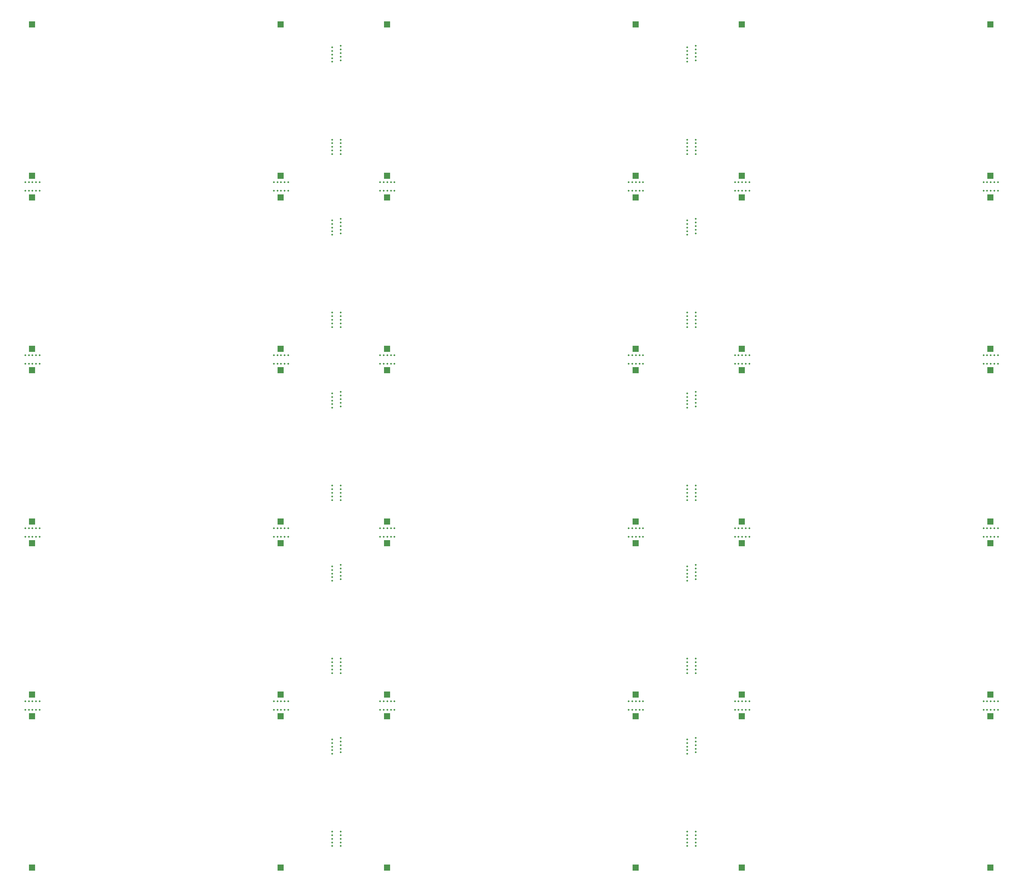
<source format=gbs>
%TF.GenerationSoftware,KiCad,Pcbnew,7.0.1-3b83917a11~171~ubuntu20.04.1*%
%TF.CreationDate,2023-10-27T00:02:38+02:00*%
%TF.ProjectId,panel_top,70616e65-6c5f-4746-9f70-2e6b69636164,rev?*%
%TF.SameCoordinates,Original*%
%TF.FileFunction,Soldermask,Bot*%
%TF.FilePolarity,Negative*%
%FSLAX46Y46*%
G04 Gerber Fmt 4.6, Leading zero omitted, Abs format (unit mm)*
G04 Created by KiCad (PCBNEW 7.0.1-3b83917a11~171~ubuntu20.04.1) date 2023-10-27 00:02:38*
%MOMM*%
%LPD*%
G01*
G04 APERTURE LIST*
%ADD10C,0.500000*%
%ADD11R,1.700000X1.700000*%
G04 APERTURE END LIST*
D10*
%TO.C,KiKit_MB_52_3*%
X211850000Y-116200000D03*
%TD*%
%TO.C,KiKit_MB_34_3*%
X280850000Y-113800000D03*
%TD*%
%TO.C,KiKit_MB_21_4*%
X100450000Y-77000000D03*
%TD*%
%TO.C,KiKit_MB_88_1*%
X209850000Y-212200000D03*
%TD*%
%TO.C,KiKit_MB_25_4*%
X114350000Y-68200000D03*
%TD*%
%TO.C,KiKit_MB_51_3*%
X198950000Y-152000000D03*
%TD*%
%TO.C,KiKit_MB_57_4*%
X15850000Y-164200000D03*
%TD*%
%TO.C,KiKit_MB_36_3*%
X98050000Y-152000000D03*
%TD*%
%TO.C,KiKit_MB_86_1*%
X278850000Y-212200000D03*
%TD*%
%TO.C,KiKit_MB_40_4*%
X98050000Y-127400000D03*
%TD*%
D11*
%TO.C,J9*%
X113250000Y-118000000D03*
%TD*%
%TO.C,J9*%
X211750000Y-166000000D03*
%TD*%
%TO.C,J9*%
X14750000Y-214000000D03*
%TD*%
%TO.C,J9*%
X113250000Y-214000000D03*
%TD*%
%TO.C,J9*%
X211750000Y-214000000D03*
%TD*%
%TO.C,J9*%
X14750000Y-70000000D03*
%TD*%
%TO.C,J9*%
X14750000Y-118000000D03*
%TD*%
%TO.C,J9*%
X211750000Y-118000000D03*
%TD*%
%TO.C,J9*%
X14750000Y-166000000D03*
%TD*%
%TO.C,J9*%
X113250000Y-166000000D03*
%TD*%
%TO.C,J9*%
X113250000Y-70000000D03*
%TD*%
%TO.C,J9*%
X14750000Y-22000000D03*
%TD*%
%TO.C,J9*%
X211750000Y-22000000D03*
%TD*%
%TO.C,J9*%
X113250000Y-22000000D03*
%TD*%
%TO.C,J9*%
X211750000Y-70000000D03*
%TD*%
D10*
%TO.C,KiKit_MB_42_5*%
X184350000Y-116200000D03*
%TD*%
%TO.C,KiKit_MB_36_4*%
X98050000Y-153000000D03*
%TD*%
%TO.C,KiKit_MB_20_3*%
X98050000Y-78400000D03*
%TD*%
%TO.C,KiKit_MB_39_1*%
X85850000Y-161800000D03*
%TD*%
%TO.C,KiKit_MB_84_3*%
X196550000Y-222400000D03*
%TD*%
%TO.C,KiKit_MB_10_1*%
X196550000Y-28400000D03*
%TD*%
%TO.C,KiKit_MB_45_3*%
X113350000Y-116200000D03*
%TD*%
%TO.C,KiKit_MB_60_4*%
X98050000Y-175400000D03*
%TD*%
%TO.C,KiKit_MB_26_5*%
X111350000Y-113800000D03*
%TD*%
%TO.C,KiKit_MB_36_1*%
X98050000Y-150000000D03*
%TD*%
%TO.C,KiKit_MB_53_5*%
X209850000Y-161800000D03*
%TD*%
%TO.C,KiKit_MB_86_2*%
X279850000Y-212200000D03*
%TD*%
%TO.C,KiKit_MB_88_5*%
X213850000Y-212200000D03*
%TD*%
%TO.C,KiKit_MB_43_2*%
X100450000Y-153000000D03*
%TD*%
%TO.C,KiKit_MB_83_1*%
X111350000Y-212200000D03*
%TD*%
%TO.C,KiKit_MB_82_2*%
X196550000Y-247000000D03*
%TD*%
%TO.C,KiKit_MB_73_1*%
X213850000Y-209800000D03*
%TD*%
%TO.C,KiKit_MB_75_1*%
X81850000Y-212200000D03*
%TD*%
%TO.C,KiKit_MB_19_4*%
X82850000Y-113800000D03*
%TD*%
%TO.C,KiKit_MB_28_3*%
X196550000Y-78400000D03*
%TD*%
%TO.C,KiKit_MB_14_1*%
X282850000Y-65800000D03*
%TD*%
%TO.C,KiKit_MB_69_4*%
X198950000Y-173000000D03*
%TD*%
%TO.C,KiKit_MB_27_5*%
X180350000Y-113800000D03*
%TD*%
%TO.C,KiKit_MB_29_4*%
X198950000Y-77000000D03*
%TD*%
%TO.C,KiKit_MB_39_4*%
X82850000Y-161800000D03*
%TD*%
%TO.C,KiKit_MB_10_2*%
X196550000Y-29400000D03*
%TD*%
%TO.C,KiKit_MB_4_1*%
X98050000Y-28400000D03*
%TD*%
%TO.C,KiKit_MB_53_3*%
X211850000Y-161800000D03*
%TD*%
%TO.C,KiKit_MB_61_1*%
X100450000Y-176000000D03*
%TD*%
%TO.C,KiKit_MB_78_4*%
X98050000Y-223400000D03*
%TD*%
%TO.C,KiKit_MB_82_3*%
X196550000Y-248000000D03*
%TD*%
%TO.C,KiKit_MB_38_1*%
X16850000Y-161800000D03*
%TD*%
%TO.C,KiKit_MB_43_4*%
X100450000Y-151000000D03*
%TD*%
%TO.C,KiKit_MB_25_2*%
X112350000Y-68200000D03*
%TD*%
%TO.C,KiKit_MB_28_5*%
X196550000Y-80400000D03*
%TD*%
%TO.C,KiKit_MB_22_5*%
X184350000Y-68200000D03*
%TD*%
%TO.C,KiKit_MB_81_5*%
X100450000Y-246000000D03*
%TD*%
%TO.C,KiKit_MB_51_4*%
X198950000Y-151000000D03*
%TD*%
%TO.C,KiKit_MB_30_3*%
X280850000Y-68200000D03*
%TD*%
%TO.C,KiKit_MB_56_4*%
X98050000Y-201000000D03*
%TD*%
%TO.C,KiKit_MB_31_2*%
X198950000Y-105000000D03*
%TD*%
%TO.C,KiKit_MB_26_2*%
X114350000Y-113800000D03*
%TD*%
%TO.C,KiKit_MB_85_4*%
X198950000Y-221000000D03*
%TD*%
%TO.C,KiKit_MB_60_2*%
X98050000Y-173400000D03*
%TD*%
%TO.C,KiKit_MB_40_1*%
X98050000Y-124400000D03*
%TD*%
%TO.C,KiKit_MB_72_2*%
X210850000Y-164200000D03*
%TD*%
%TO.C,KiKit_MB_13_3*%
X211850000Y-65800000D03*
%TD*%
%TO.C,KiKit_MB_41_4*%
X100450000Y-125000000D03*
%TD*%
%TO.C,KiKit_MB_45_4*%
X114350000Y-116200000D03*
%TD*%
%TO.C,KiKit_MB_60_1*%
X98050000Y-172400000D03*
%TD*%
%TO.C,KiKit_MB_34_4*%
X279850000Y-113800000D03*
%TD*%
%TO.C,KiKit_MB_8_4*%
X112350000Y-65800000D03*
%TD*%
%TO.C,KiKit_MB_86_5*%
X282850000Y-212200000D03*
%TD*%
%TO.C,KiKit_MB_11_3*%
X198950000Y-30000000D03*
%TD*%
%TO.C,KiKit_MB_9_4*%
X181350000Y-65800000D03*
%TD*%
%TO.C,KiKit_MB_63_1*%
X100450000Y-202000000D03*
%TD*%
%TO.C,KiKit_MB_8_3*%
X113350000Y-65800000D03*
%TD*%
%TO.C,KiKit_MB_84_1*%
X196550000Y-220400000D03*
%TD*%
%TO.C,KiKit_MB_37_3*%
X14850000Y-116200000D03*
%TD*%
%TO.C,KiKit_MB_78_2*%
X98050000Y-221400000D03*
%TD*%
%TO.C,KiKit_MB_6_1*%
X100450000Y-58000000D03*
%TD*%
%TO.C,KiKit_MB_87_3*%
X198950000Y-248000000D03*
%TD*%
%TO.C,KiKit_MB_67_4*%
X181350000Y-209800000D03*
%TD*%
%TO.C,KiKit_MB_81_3*%
X100450000Y-248000000D03*
%TD*%
%TO.C,KiKit_MB_30_5*%
X282850000Y-68200000D03*
%TD*%
%TO.C,KiKit_MB_46_3*%
X113350000Y-161800000D03*
%TD*%
%TO.C,KiKit_MB_27_4*%
X181350000Y-113800000D03*
%TD*%
%TO.C,KiKit_MB_65_2*%
X112350000Y-164200000D03*
%TD*%
%TO.C,KiKit_MB_74_1*%
X282850000Y-209800000D03*
%TD*%
%TO.C,KiKit_MB_27_3*%
X182350000Y-113800000D03*
%TD*%
%TO.C,KiKit_MB_70_2*%
X279850000Y-164200000D03*
%TD*%
%TO.C,KiKit_MB_42_4*%
X183350000Y-116200000D03*
%TD*%
%TO.C,KiKit_MB_75_3*%
X83850000Y-212200000D03*
%TD*%
%TO.C,KiKit_MB_47_3*%
X182350000Y-161800000D03*
%TD*%
%TO.C,KiKit_MB_16_2*%
X98050000Y-103000000D03*
%TD*%
%TO.C,KiKit_MB_18_5*%
X12850000Y-113800000D03*
%TD*%
%TO.C,KiKit_MB_66_4*%
X112350000Y-209800000D03*
%TD*%
%TO.C,KiKit_MB_79_4*%
X100450000Y-221000000D03*
%TD*%
%TO.C,KiKit_MB_23_3*%
X100450000Y-104000000D03*
%TD*%
%TO.C,KiKit_MB_35_1*%
X81850000Y-116200000D03*
%TD*%
%TO.C,KiKit_MB_80_5*%
X184350000Y-212200000D03*
%TD*%
%TO.C,KiKit_MB_27_2*%
X183350000Y-113800000D03*
%TD*%
%TO.C,KiKit_MB_53_4*%
X210850000Y-161800000D03*
%TD*%
%TO.C,KiKit_MB_12_2*%
X198950000Y-57000000D03*
%TD*%
%TO.C,KiKit_MB_4_2*%
X98050000Y-29400000D03*
%TD*%
%TO.C,KiKit_MB_28_2*%
X196550000Y-77400000D03*
%TD*%
%TO.C,KiKit_MB_52_5*%
X213850000Y-116200000D03*
%TD*%
%TO.C,KiKit_MB_50_3*%
X280850000Y-116200000D03*
%TD*%
%TO.C,KiKit_MB_74_3*%
X280850000Y-209800000D03*
%TD*%
%TO.C,KiKit_MB_85_1*%
X198950000Y-224000000D03*
%TD*%
%TO.C,KiKit_MB_18_3*%
X14850000Y-113800000D03*
%TD*%
%TO.C,KiKit_MB_67_2*%
X183350000Y-209800000D03*
%TD*%
%TO.C,KiKit_MB_66_1*%
X115350000Y-209800000D03*
%TD*%
%TO.C,KiKit_MB_37_2*%
X13850000Y-116200000D03*
%TD*%
%TO.C,KiKit_MB_76_3*%
X98050000Y-248000000D03*
%TD*%
%TO.C,KiKit_MB_44_2*%
X196550000Y-151000000D03*
%TD*%
%TO.C,KiKit_MB_32_3*%
X211850000Y-68200000D03*
%TD*%
%TO.C,KiKit_MB_24_2*%
X196550000Y-103000000D03*
%TD*%
%TO.C,KiKit_MB_7_2*%
X196550000Y-55000000D03*
%TD*%
%TO.C,KiKit_MB_72_3*%
X211850000Y-164200000D03*
%TD*%
%TO.C,KiKit_MB_76_4*%
X98050000Y-249000000D03*
%TD*%
%TO.C,KiKit_MB_38_2*%
X15850000Y-161800000D03*
%TD*%
%TO.C,KiKit_MB_4_4*%
X98050000Y-31400000D03*
%TD*%
%TO.C,KiKit_MB_10_5*%
X196550000Y-32400000D03*
%TD*%
%TO.C,KiKit_MB_3_3*%
X83850000Y-65800000D03*
%TD*%
%TO.C,KiKit_MB_7_3*%
X196550000Y-56000000D03*
%TD*%
%TO.C,KiKit_MB_56_3*%
X98050000Y-200000000D03*
%TD*%
%TO.C,KiKit_MB_33_4*%
X210850000Y-113800000D03*
%TD*%
%TO.C,KiKit_MB_4_3*%
X98050000Y-30400000D03*
%TD*%
%TO.C,KiKit_MB_87_5*%
X198950000Y-246000000D03*
%TD*%
%TO.C,KiKit_MB_43_3*%
X100450000Y-152000000D03*
%TD*%
%TO.C,KiKit_MB_62_3*%
X182350000Y-164200000D03*
%TD*%
%TO.C,KiKit_MB_39_3*%
X83850000Y-161800000D03*
%TD*%
%TO.C,KiKit_MB_42_2*%
X181350000Y-116200000D03*
%TD*%
%TO.C,KiKit_MB_68_1*%
X196550000Y-172400000D03*
%TD*%
%TO.C,KiKit_MB_17_4*%
X15850000Y-68200000D03*
%TD*%
%TO.C,KiKit_MB_85_2*%
X198950000Y-223000000D03*
%TD*%
%TO.C,KiKit_MB_12_3*%
X198950000Y-56000000D03*
%TD*%
%TO.C,KiKit_MB_88_4*%
X212850000Y-212200000D03*
%TD*%
%TO.C,KiKit_MB_69_2*%
X198950000Y-175000000D03*
%TD*%
%TO.C,KiKit_MB_15_2*%
X82850000Y-68200000D03*
%TD*%
%TO.C,KiKit_MB_1_2*%
X98050000Y-55000000D03*
%TD*%
%TO.C,KiKit_MB_60_3*%
X98050000Y-174400000D03*
%TD*%
%TO.C,KiKit_MB_68_5*%
X196550000Y-176400000D03*
%TD*%
%TO.C,KiKit_MB_81_1*%
X100450000Y-250000000D03*
%TD*%
%TO.C,KiKit_MB_9_1*%
X184350000Y-65800000D03*
%TD*%
%TO.C,KiKit_MB_31_5*%
X198950000Y-102000000D03*
%TD*%
%TO.C,KiKit_MB_50_1*%
X278850000Y-116200000D03*
%TD*%
%TO.C,KiKit_MB_44_4*%
X196550000Y-153000000D03*
%TD*%
%TO.C,KiKit_MB_64_4*%
X196550000Y-201000000D03*
%TD*%
%TO.C,KiKit_MB_36_5*%
X98050000Y-154000000D03*
%TD*%
%TO.C,KiKit_MB_75_4*%
X84850000Y-212200000D03*
%TD*%
%TO.C,KiKit_MB_69_3*%
X198950000Y-174000000D03*
%TD*%
%TO.C,KiKit_MB_46_5*%
X111350000Y-161800000D03*
%TD*%
%TO.C,KiKit_MB_19_5*%
X81850000Y-113800000D03*
%TD*%
%TO.C,KiKit_MB_3_5*%
X81850000Y-65800000D03*
%TD*%
%TO.C,KiKit_MB_40_2*%
X98050000Y-125400000D03*
%TD*%
%TO.C,KiKit_MB_15_1*%
X81850000Y-68200000D03*
%TD*%
%TO.C,KiKit_MB_14_5*%
X278850000Y-65800000D03*
%TD*%
%TO.C,KiKit_MB_33_1*%
X213850000Y-113800000D03*
%TD*%
%TO.C,KiKit_MB_15_5*%
X85850000Y-68200000D03*
%TD*%
%TO.C,KiKit_MB_31_3*%
X198950000Y-104000000D03*
%TD*%
%TO.C,KiKit_MB_38_3*%
X14850000Y-161800000D03*
%TD*%
%TO.C,KiKit_MB_17_1*%
X12850000Y-68200000D03*
%TD*%
%TO.C,KiKit_MB_52_4*%
X212850000Y-116200000D03*
%TD*%
%TO.C,KiKit_MB_31_1*%
X198950000Y-106000000D03*
%TD*%
%TO.C,KiKit_MB_33_2*%
X212850000Y-113800000D03*
%TD*%
%TO.C,KiKit_MB_61_2*%
X100450000Y-175000000D03*
%TD*%
%TO.C,KiKit_MB_14_2*%
X281850000Y-65800000D03*
%TD*%
%TO.C,KiKit_MB_73_5*%
X209850000Y-209800000D03*
%TD*%
%TO.C,KiKit_MB_73_4*%
X210850000Y-209800000D03*
%TD*%
%TO.C,KiKit_MB_74_2*%
X281850000Y-209800000D03*
%TD*%
%TO.C,KiKit_MB_34_2*%
X281850000Y-113800000D03*
%TD*%
%TO.C,KiKit_MB_6_4*%
X100450000Y-55000000D03*
%TD*%
%TO.C,KiKit_MB_19_2*%
X84850000Y-113800000D03*
%TD*%
%TO.C,KiKit_MB_23_5*%
X100450000Y-102000000D03*
%TD*%
%TO.C,KiKit_MB_54_1*%
X282850000Y-161800000D03*
%TD*%
%TO.C,KiKit_MB_5_3*%
X100450000Y-30000000D03*
%TD*%
%TO.C,KiKit_MB_55_2*%
X82850000Y-164200000D03*
%TD*%
%TO.C,KiKit_MB_56_1*%
X98050000Y-198000000D03*
%TD*%
%TO.C,KiKit_MB_29_3*%
X198950000Y-78000000D03*
%TD*%
%TO.C,KiKit_MB_54_4*%
X279850000Y-161800000D03*
%TD*%
%TO.C,KiKit_MB_62_1*%
X180350000Y-164200000D03*
%TD*%
%TO.C,KiKit_MB_84_5*%
X196550000Y-224400000D03*
%TD*%
%TO.C,KiKit_MB_61_5*%
X100450000Y-172000000D03*
%TD*%
%TO.C,KiKit_MB_86_3*%
X280850000Y-212200000D03*
%TD*%
%TO.C,KiKit_MB_9_5*%
X180350000Y-65800000D03*
%TD*%
%TO.C,KiKit_MB_60_5*%
X98050000Y-176400000D03*
%TD*%
%TO.C,KiKit_MB_26_1*%
X115350000Y-113800000D03*
%TD*%
%TO.C,KiKit_MB_64_5*%
X196550000Y-202000000D03*
%TD*%
%TO.C,KiKit_MB_64_2*%
X196550000Y-199000000D03*
%TD*%
%TO.C,KiKit_MB_69_1*%
X198950000Y-176000000D03*
%TD*%
%TO.C,KiKit_MB_30_4*%
X281850000Y-68200000D03*
%TD*%
%TO.C,KiKit_MB_57_5*%
X16850000Y-164200000D03*
%TD*%
%TO.C,KiKit_MB_72_5*%
X213850000Y-164200000D03*
%TD*%
%TO.C,KiKit_MB_42_1*%
X180350000Y-116200000D03*
%TD*%
%TO.C,KiKit_MB_72_4*%
X212850000Y-164200000D03*
%TD*%
%TO.C,KiKit_MB_52_2*%
X210850000Y-116200000D03*
%TD*%
%TO.C,KiKit_MB_62_4*%
X183350000Y-164200000D03*
%TD*%
%TO.C,KiKit_MB_54_3*%
X280850000Y-161800000D03*
%TD*%
%TO.C,KiKit_MB_7_4*%
X196550000Y-57000000D03*
%TD*%
%TO.C,KiKit_MB_47_1*%
X184350000Y-161800000D03*
%TD*%
%TO.C,KiKit_MB_18_1*%
X16850000Y-113800000D03*
%TD*%
%TO.C,KiKit_MB_75_5*%
X85850000Y-212200000D03*
%TD*%
%TO.C,KiKit_MB_72_1*%
X209850000Y-164200000D03*
%TD*%
%TO.C,KiKit_MB_81_2*%
X100450000Y-249000000D03*
%TD*%
%TO.C,KiKit_MB_12_1*%
X198950000Y-58000000D03*
%TD*%
%TO.C,KiKit_MB_76_5*%
X98050000Y-250000000D03*
%TD*%
%TO.C,KiKit_MB_7_5*%
X196550000Y-58000000D03*
%TD*%
%TO.C,KiKit_MB_87_4*%
X198950000Y-247000000D03*
%TD*%
%TO.C,KiKit_MB_58_1*%
X16850000Y-209800000D03*
%TD*%
%TO.C,KiKit_MB_57_2*%
X13850000Y-164200000D03*
%TD*%
%TO.C,KiKit_MB_33_3*%
X211850000Y-113800000D03*
%TD*%
%TO.C,KiKit_MB_33_5*%
X209850000Y-113800000D03*
%TD*%
%TO.C,KiKit_MB_82_5*%
X196550000Y-250000000D03*
%TD*%
%TO.C,KiKit_MB_87_1*%
X198950000Y-250000000D03*
%TD*%
%TO.C,KiKit_MB_26_4*%
X112350000Y-113800000D03*
%TD*%
%TO.C,KiKit_MB_34_1*%
X282850000Y-113800000D03*
%TD*%
%TO.C,KiKit_MB_2_1*%
X16850000Y-65800000D03*
%TD*%
%TO.C,KiKit_MB_61_3*%
X100450000Y-174000000D03*
%TD*%
%TO.C,KiKit_MB_62_2*%
X181350000Y-164200000D03*
%TD*%
%TO.C,KiKit_MB_69_5*%
X198950000Y-172000000D03*
%TD*%
%TO.C,KiKit_MB_5_4*%
X100450000Y-29000000D03*
%TD*%
%TO.C,KiKit_MB_1_1*%
X98050000Y-54000000D03*
%TD*%
%TO.C,KiKit_MB_80_2*%
X181350000Y-212200000D03*
%TD*%
%TO.C,KiKit_MB_49_4*%
X198950000Y-125000000D03*
%TD*%
%TO.C,KiKit_MB_50_2*%
X279850000Y-116200000D03*
%TD*%
%TO.C,KiKit_MB_21_5*%
X100450000Y-76000000D03*
%TD*%
%TO.C,KiKit_MB_79_5*%
X100450000Y-220000000D03*
%TD*%
%TO.C,KiKit_MB_48_4*%
X196550000Y-127400000D03*
%TD*%
%TO.C,KiKit_MB_17_3*%
X14850000Y-68200000D03*
%TD*%
%TO.C,KiKit_MB_37_4*%
X15850000Y-116200000D03*
%TD*%
%TO.C,KiKit_MB_31_4*%
X198950000Y-103000000D03*
%TD*%
%TO.C,KiKit_MB_25_3*%
X113350000Y-68200000D03*
%TD*%
%TO.C,KiKit_MB_21_1*%
X100450000Y-80000000D03*
%TD*%
%TO.C,KiKit_MB_43_1*%
X100450000Y-154000000D03*
%TD*%
%TO.C,KiKit_MB_75_2*%
X82850000Y-212200000D03*
%TD*%
%TO.C,KiKit_MB_44_1*%
X196550000Y-150000000D03*
%TD*%
%TO.C,KiKit_MB_76_2*%
X98050000Y-247000000D03*
%TD*%
%TO.C,KiKit_MB_11_5*%
X198950000Y-28000000D03*
%TD*%
%TO.C,KiKit_MB_22_1*%
X180350000Y-68200000D03*
%TD*%
%TO.C,KiKit_MB_49_5*%
X198950000Y-124000000D03*
%TD*%
%TO.C,KiKit_MB_19_3*%
X83850000Y-113800000D03*
%TD*%
%TO.C,KiKit_MB_56_5*%
X98050000Y-202000000D03*
%TD*%
%TO.C,KiKit_MB_83_4*%
X114350000Y-212200000D03*
%TD*%
%TO.C,KiKit_MB_74_5*%
X278850000Y-209800000D03*
%TD*%
%TO.C,KiKit_MB_41_3*%
X100450000Y-126000000D03*
%TD*%
%TO.C,KiKit_MB_20_5*%
X98050000Y-80400000D03*
%TD*%
%TO.C,KiKit_MB_71_2*%
X198950000Y-201000000D03*
%TD*%
%TO.C,KiKit_MB_61_4*%
X100450000Y-173000000D03*
%TD*%
%TO.C,KiKit_MB_22_4*%
X183350000Y-68200000D03*
%TD*%
%TO.C,KiKit_MB_63_2*%
X100450000Y-201000000D03*
%TD*%
%TO.C,KiKit_MB_80_4*%
X183350000Y-212200000D03*
%TD*%
%TO.C,KiKit_MB_12_5*%
X198950000Y-54000000D03*
%TD*%
%TO.C,KiKit_MB_32_2*%
X210850000Y-68200000D03*
%TD*%
%TO.C,KiKit_MB_25_1*%
X111350000Y-68200000D03*
%TD*%
%TO.C,KiKit_MB_58_2*%
X15850000Y-209800000D03*
%TD*%
%TO.C,KiKit_MB_41_5*%
X100450000Y-124000000D03*
%TD*%
%TO.C,KiKit_MB_16_3*%
X98050000Y-104000000D03*
%TD*%
%TO.C,KiKit_MB_55_4*%
X84850000Y-164200000D03*
%TD*%
%TO.C,KiKit_MB_23_4*%
X100450000Y-103000000D03*
%TD*%
%TO.C,KiKit_MB_82_4*%
X196550000Y-249000000D03*
%TD*%
%TO.C,KiKit_MB_22_3*%
X182350000Y-68200000D03*
%TD*%
%TO.C,KiKit_MB_78_1*%
X98050000Y-220400000D03*
%TD*%
%TO.C,KiKit_MB_68_2*%
X196550000Y-173400000D03*
%TD*%
%TO.C,KiKit_MB_77_1*%
X12850000Y-212200000D03*
%TD*%
%TO.C,KiKit_MB_85_3*%
X198950000Y-222000000D03*
%TD*%
%TO.C,KiKit_MB_87_2*%
X198950000Y-249000000D03*
%TD*%
%TO.C,KiKit_MB_59_4*%
X82850000Y-209800000D03*
%TD*%
%TO.C,KiKit_MB_47_2*%
X183350000Y-161800000D03*
%TD*%
%TO.C,KiKit_MB_13_1*%
X213850000Y-65800000D03*
%TD*%
%TO.C,KiKit_MB_81_4*%
X100450000Y-247000000D03*
%TD*%
%TO.C,KiKit_MB_57_1*%
X12850000Y-164200000D03*
%TD*%
%TO.C,KiKit_MB_3_4*%
X82850000Y-65800000D03*
%TD*%
%TO.C,KiKit_MB_39_5*%
X81850000Y-161800000D03*
%TD*%
%TO.C,KiKit_MB_54_5*%
X278850000Y-161800000D03*
%TD*%
%TO.C,KiKit_MB_71_4*%
X198950000Y-199000000D03*
%TD*%
%TO.C,KiKit_MB_24_1*%
X196550000Y-102000000D03*
%TD*%
%TO.C,KiKit_MB_29_1*%
X198950000Y-80000000D03*
%TD*%
%TO.C,KiKit_MB_46_2*%
X114350000Y-161800000D03*
%TD*%
%TO.C,KiKit_MB_2_2*%
X15850000Y-65800000D03*
%TD*%
%TO.C,KiKit_MB_83_5*%
X115350000Y-212200000D03*
%TD*%
%TO.C,KiKit_MB_50_4*%
X281850000Y-116200000D03*
%TD*%
%TO.C,KiKit_MB_85_5*%
X198950000Y-220000000D03*
%TD*%
%TO.C,KiKit_MB_78_3*%
X98050000Y-222400000D03*
%TD*%
%TO.C,KiKit_MB_13_2*%
X212850000Y-65800000D03*
%TD*%
%TO.C,KiKit_MB_6_3*%
X100450000Y-56000000D03*
%TD*%
%TO.C,KiKit_MB_23_1*%
X100450000Y-106000000D03*
%TD*%
%TO.C,KiKit_MB_82_1*%
X196550000Y-246000000D03*
%TD*%
%TO.C,KiKit_MB_9_3*%
X182350000Y-65800000D03*
%TD*%
%TO.C,KiKit_MB_65_5*%
X115350000Y-164200000D03*
%TD*%
%TO.C,KiKit_MB_70_1*%
X278850000Y-164200000D03*
%TD*%
%TO.C,KiKit_MB_5_5*%
X100450000Y-28000000D03*
%TD*%
%TO.C,KiKit_MB_84_2*%
X196550000Y-221400000D03*
%TD*%
%TO.C,KiKit_MB_65_1*%
X111350000Y-164200000D03*
%TD*%
%TO.C,KiKit_MB_10_3*%
X196550000Y-30400000D03*
%TD*%
%TO.C,KiKit_MB_62_5*%
X184350000Y-164200000D03*
%TD*%
%TO.C,KiKit_MB_13_4*%
X210850000Y-65800000D03*
%TD*%
%TO.C,KiKit_MB_1_4*%
X98050000Y-57000000D03*
%TD*%
%TO.C,KiKit_MB_65_4*%
X114350000Y-164200000D03*
%TD*%
%TO.C,KiKit_MB_46_1*%
X115350000Y-161800000D03*
%TD*%
%TO.C,KiKit_MB_25_5*%
X115350000Y-68200000D03*
%TD*%
%TO.C,KiKit_MB_19_1*%
X85850000Y-113800000D03*
%TD*%
%TO.C,KiKit_MB_79_3*%
X100450000Y-222000000D03*
%TD*%
%TO.C,KiKit_MB_67_3*%
X182350000Y-209800000D03*
%TD*%
%TO.C,KiKit_MB_34_5*%
X278850000Y-113800000D03*
%TD*%
%TO.C,KiKit_MB_86_4*%
X281850000Y-212200000D03*
%TD*%
%TO.C,KiKit_MB_5_2*%
X100450000Y-31000000D03*
%TD*%
%TO.C,KiKit_MB_28_4*%
X196550000Y-79400000D03*
%TD*%
%TO.C,KiKit_MB_45_2*%
X112350000Y-116200000D03*
%TD*%
%TO.C,KiKit_MB_6_2*%
X100450000Y-57000000D03*
%TD*%
%TO.C,KiKit_MB_17_2*%
X13850000Y-68200000D03*
%TD*%
%TO.C,KiKit_MB_66_5*%
X111350000Y-209800000D03*
%TD*%
%TO.C,KiKit_MB_78_5*%
X98050000Y-224400000D03*
%TD*%
%TO.C,KiKit_MB_55_3*%
X83850000Y-164200000D03*
%TD*%
%TO.C,KiKit_MB_35_5*%
X85850000Y-116200000D03*
%TD*%
%TO.C,KiKit_MB_8_2*%
X114350000Y-65800000D03*
%TD*%
%TO.C,KiKit_MB_40_3*%
X98050000Y-126400000D03*
%TD*%
%TO.C,KiKit_MB_44_3*%
X196550000Y-152000000D03*
%TD*%
%TO.C,KiKit_MB_68_4*%
X196550000Y-175400000D03*
%TD*%
%TO.C,KiKit_MB_58_3*%
X14850000Y-209800000D03*
%TD*%
%TO.C,KiKit_MB_38_5*%
X12850000Y-161800000D03*
%TD*%
%TO.C,KiKit_MB_47_5*%
X180350000Y-161800000D03*
%TD*%
%TO.C,KiKit_MB_66_3*%
X113350000Y-209800000D03*
%TD*%
%TO.C,KiKit_MB_10_4*%
X196550000Y-31400000D03*
%TD*%
%TO.C,KiKit_MB_43_5*%
X100450000Y-150000000D03*
%TD*%
%TO.C,KiKit_MB_12_4*%
X198950000Y-55000000D03*
%TD*%
%TO.C,KiKit_MB_48_1*%
X196550000Y-124400000D03*
%TD*%
%TO.C,KiKit_MB_27_1*%
X184350000Y-113800000D03*
%TD*%
%TO.C,KiKit_MB_37_1*%
X12850000Y-116200000D03*
%TD*%
%TO.C,KiKit_MB_47_4*%
X181350000Y-161800000D03*
%TD*%
%TO.C,KiKit_MB_63_5*%
X100450000Y-198000000D03*
%TD*%
%TO.C,KiKit_MB_57_3*%
X14850000Y-164200000D03*
%TD*%
%TO.C,KiKit_MB_15_4*%
X84850000Y-68200000D03*
%TD*%
%TO.C,KiKit_MB_30_2*%
X279850000Y-68200000D03*
%TD*%
%TO.C,KiKit_MB_23_2*%
X100450000Y-105000000D03*
%TD*%
%TO.C,KiKit_MB_20_2*%
X98050000Y-77400000D03*
%TD*%
%TO.C,KiKit_MB_70_3*%
X280850000Y-164200000D03*
%TD*%
%TO.C,KiKit_MB_80_1*%
X180350000Y-212200000D03*
%TD*%
%TO.C,KiKit_MB_29_2*%
X198950000Y-79000000D03*
%TD*%
D11*
%TO.C,J5*%
X83750000Y-64000000D03*
%TD*%
%TO.C,J5*%
X182250000Y-64000000D03*
%TD*%
%TO.C,J5*%
X280750000Y-64000000D03*
%TD*%
%TO.C,J5*%
X83750000Y-112000000D03*
%TD*%
%TO.C,J5*%
X182250000Y-112000000D03*
%TD*%
%TO.C,J5*%
X280750000Y-112000000D03*
%TD*%
%TO.C,J5*%
X83750000Y-160000000D03*
%TD*%
%TO.C,J5*%
X182250000Y-160000000D03*
%TD*%
%TO.C,J5*%
X280750000Y-160000000D03*
%TD*%
%TO.C,J5*%
X83750000Y-208000000D03*
%TD*%
%TO.C,J5*%
X182250000Y-208000000D03*
%TD*%
%TO.C,J5*%
X280750000Y-208000000D03*
%TD*%
%TO.C,J5*%
X83750000Y-256000000D03*
%TD*%
%TO.C,J5*%
X182250000Y-256000000D03*
%TD*%
%TO.C,J5*%
X280750000Y-256000000D03*
%TD*%
D10*
%TO.C,KiKit_MB_51_5*%
X198950000Y-150000000D03*
%TD*%
%TO.C,KiKit_MB_41_2*%
X100450000Y-127000000D03*
%TD*%
D11*
%TO.C,J7*%
X83750000Y-22000000D03*
%TD*%
%TO.C,J7*%
X182250000Y-22000000D03*
%TD*%
%TO.C,J7*%
X280750000Y-22000000D03*
%TD*%
%TO.C,J7*%
X83750000Y-70000000D03*
%TD*%
%TO.C,J7*%
X182250000Y-70000000D03*
%TD*%
%TO.C,J7*%
X280750000Y-70000000D03*
%TD*%
%TO.C,J7*%
X83750000Y-118000000D03*
%TD*%
%TO.C,J7*%
X182250000Y-118000000D03*
%TD*%
%TO.C,J7*%
X280750000Y-118000000D03*
%TD*%
%TO.C,J7*%
X83750000Y-166000000D03*
%TD*%
%TO.C,J7*%
X182250000Y-166000000D03*
%TD*%
%TO.C,J7*%
X280750000Y-166000000D03*
%TD*%
%TO.C,J7*%
X83750000Y-214000000D03*
%TD*%
%TO.C,J7*%
X182250000Y-214000000D03*
%TD*%
%TO.C,J7*%
X280750000Y-214000000D03*
%TD*%
D10*
%TO.C,KiKit_MB_18_2*%
X15850000Y-113800000D03*
%TD*%
%TO.C,KiKit_MB_32_1*%
X209850000Y-68200000D03*
%TD*%
%TO.C,KiKit_MB_48_3*%
X196550000Y-126400000D03*
%TD*%
%TO.C,KiKit_MB_59_5*%
X81850000Y-209800000D03*
%TD*%
%TO.C,KiKit_MB_49_2*%
X198950000Y-127000000D03*
%TD*%
%TO.C,KiKit_MB_2_3*%
X14850000Y-65800000D03*
%TD*%
%TO.C,KiKit_MB_32_4*%
X212850000Y-68200000D03*
%TD*%
%TO.C,KiKit_MB_58_5*%
X12850000Y-209800000D03*
%TD*%
%TO.C,KiKit_MB_65_3*%
X113350000Y-164200000D03*
%TD*%
%TO.C,KiKit_MB_16_5*%
X98050000Y-106000000D03*
%TD*%
%TO.C,KiKit_MB_51_1*%
X198950000Y-154000000D03*
%TD*%
%TO.C,KiKit_MB_16_4*%
X98050000Y-105000000D03*
%TD*%
%TO.C,KiKit_MB_15_3*%
X83850000Y-68200000D03*
%TD*%
%TO.C,KiKit_MB_77_4*%
X15850000Y-212200000D03*
%TD*%
%TO.C,KiKit_MB_36_2*%
X98050000Y-151000000D03*
%TD*%
D11*
%TO.C,J2*%
X211750000Y-208000000D03*
%TD*%
%TO.C,J2*%
X14750000Y-256000000D03*
%TD*%
%TO.C,J2*%
X113250000Y-256000000D03*
%TD*%
%TO.C,J2*%
X211750000Y-256000000D03*
%TD*%
%TO.C,J2*%
X14750000Y-64000000D03*
%TD*%
%TO.C,J2*%
X113250000Y-64000000D03*
%TD*%
%TO.C,J2*%
X211750000Y-64000000D03*
%TD*%
%TO.C,J2*%
X14750000Y-112000000D03*
%TD*%
%TO.C,J2*%
X113250000Y-112000000D03*
%TD*%
%TO.C,J2*%
X211750000Y-112000000D03*
%TD*%
%TO.C,J2*%
X14750000Y-160000000D03*
%TD*%
%TO.C,J2*%
X113250000Y-160000000D03*
%TD*%
%TO.C,J2*%
X211750000Y-160000000D03*
%TD*%
%TO.C,J2*%
X14750000Y-208000000D03*
%TD*%
%TO.C,J2*%
X113250000Y-208000000D03*
%TD*%
D10*
%TO.C,KiKit_MB_56_2*%
X98050000Y-199000000D03*
%TD*%
%TO.C,KiKit_MB_59_1*%
X85850000Y-209800000D03*
%TD*%
%TO.C,KiKit_MB_44_5*%
X196550000Y-154000000D03*
%TD*%
%TO.C,KiKit_MB_3_1*%
X85850000Y-65800000D03*
%TD*%
%TO.C,KiKit_MB_39_2*%
X84850000Y-161800000D03*
%TD*%
%TO.C,KiKit_MB_55_5*%
X85850000Y-164200000D03*
%TD*%
%TO.C,KiKit_MB_59_3*%
X83850000Y-209800000D03*
%TD*%
%TO.C,KiKit_MB_63_4*%
X100450000Y-199000000D03*
%TD*%
%TO.C,KiKit_MB_73_2*%
X212850000Y-209800000D03*
%TD*%
%TO.C,KiKit_MB_17_5*%
X16850000Y-68200000D03*
%TD*%
%TO.C,KiKit_MB_53_1*%
X213850000Y-161800000D03*
%TD*%
%TO.C,KiKit_MB_77_2*%
X13850000Y-212200000D03*
%TD*%
%TO.C,KiKit_MB_48_2*%
X196550000Y-125400000D03*
%TD*%
%TO.C,KiKit_MB_52_1*%
X209850000Y-116200000D03*
%TD*%
%TO.C,KiKit_MB_1_3*%
X98050000Y-56000000D03*
%TD*%
%TO.C,KiKit_MB_35_3*%
X83850000Y-116200000D03*
%TD*%
%TO.C,KiKit_MB_2_5*%
X12850000Y-65800000D03*
%TD*%
%TO.C,KiKit_MB_71_3*%
X198950000Y-200000000D03*
%TD*%
%TO.C,KiKit_MB_50_5*%
X282850000Y-116200000D03*
%TD*%
%TO.C,KiKit_MB_38_4*%
X13850000Y-161800000D03*
%TD*%
%TO.C,KiKit_MB_66_2*%
X114350000Y-209800000D03*
%TD*%
%TO.C,KiKit_MB_64_3*%
X196550000Y-200000000D03*
%TD*%
%TO.C,KiKit_MB_79_1*%
X100450000Y-224000000D03*
%TD*%
%TO.C,KiKit_MB_14_4*%
X279850000Y-65800000D03*
%TD*%
%TO.C,KiKit_MB_45_1*%
X111350000Y-116200000D03*
%TD*%
%TO.C,KiKit_MB_71_5*%
X198950000Y-198000000D03*
%TD*%
%TO.C,KiKit_MB_7_1*%
X196550000Y-54000000D03*
%TD*%
%TO.C,KiKit_MB_49_3*%
X198950000Y-126000000D03*
%TD*%
%TO.C,KiKit_MB_26_3*%
X113350000Y-113800000D03*
%TD*%
%TO.C,KiKit_MB_73_3*%
X211850000Y-209800000D03*
%TD*%
%TO.C,KiKit_MB_29_5*%
X198950000Y-76000000D03*
%TD*%
%TO.C,KiKit_MB_76_1*%
X98050000Y-246000000D03*
%TD*%
%TO.C,KiKit_MB_8_1*%
X115350000Y-65800000D03*
%TD*%
%TO.C,KiKit_MB_77_3*%
X14850000Y-212200000D03*
%TD*%
%TO.C,KiKit_MB_88_2*%
X210850000Y-212200000D03*
%TD*%
%TO.C,KiKit_MB_54_2*%
X281850000Y-161800000D03*
%TD*%
%TO.C,KiKit_MB_48_5*%
X196550000Y-128400000D03*
%TD*%
%TO.C,KiKit_MB_46_4*%
X112350000Y-161800000D03*
%TD*%
%TO.C,KiKit_MB_4_5*%
X98050000Y-32400000D03*
%TD*%
%TO.C,KiKit_MB_59_2*%
X84850000Y-209800000D03*
%TD*%
%TO.C,KiKit_MB_45_5*%
X115350000Y-116200000D03*
%TD*%
%TO.C,KiKit_MB_53_2*%
X212850000Y-161800000D03*
%TD*%
%TO.C,KiKit_MB_41_1*%
X100450000Y-128000000D03*
%TD*%
%TO.C,KiKit_MB_11_2*%
X198950000Y-31000000D03*
%TD*%
%TO.C,KiKit_MB_64_1*%
X196550000Y-198000000D03*
%TD*%
%TO.C,KiKit_MB_55_1*%
X81850000Y-164200000D03*
%TD*%
%TO.C,KiKit_MB_58_4*%
X13850000Y-209800000D03*
%TD*%
%TO.C,KiKit_MB_71_1*%
X198950000Y-202000000D03*
%TD*%
%TO.C,KiKit_MB_30_1*%
X278850000Y-68200000D03*
%TD*%
%TO.C,KiKit_MB_5_1*%
X100450000Y-32000000D03*
%TD*%
%TO.C,KiKit_MB_74_4*%
X279850000Y-209800000D03*
%TD*%
%TO.C,KiKit_MB_51_2*%
X198950000Y-153000000D03*
%TD*%
%TO.C,KiKit_MB_70_5*%
X282850000Y-164200000D03*
%TD*%
%TO.C,KiKit_MB_1_5*%
X98050000Y-58000000D03*
%TD*%
%TO.C,KiKit_MB_28_1*%
X196550000Y-76400000D03*
%TD*%
%TO.C,KiKit_MB_20_4*%
X98050000Y-79400000D03*
%TD*%
%TO.C,KiKit_MB_37_5*%
X16850000Y-116200000D03*
%TD*%
%TO.C,KiKit_MB_49_1*%
X198950000Y-128000000D03*
%TD*%
%TO.C,KiKit_MB_3_2*%
X84850000Y-65800000D03*
%TD*%
%TO.C,KiKit_MB_77_5*%
X16850000Y-212200000D03*
%TD*%
%TO.C,KiKit_MB_40_5*%
X98050000Y-128400000D03*
%TD*%
%TO.C,KiKit_MB_21_3*%
X100450000Y-78000000D03*
%TD*%
%TO.C,KiKit_MB_24_3*%
X196550000Y-104000000D03*
%TD*%
%TO.C,KiKit_MB_16_1*%
X98050000Y-102000000D03*
%TD*%
%TO.C,KiKit_MB_79_2*%
X100450000Y-223000000D03*
%TD*%
%TO.C,KiKit_MB_80_3*%
X182350000Y-212200000D03*
%TD*%
%TO.C,KiKit_MB_88_3*%
X211850000Y-212200000D03*
%TD*%
%TO.C,KiKit_MB_11_4*%
X198950000Y-29000000D03*
%TD*%
%TO.C,KiKit_MB_24_4*%
X196550000Y-105000000D03*
%TD*%
%TO.C,KiKit_MB_63_3*%
X100450000Y-200000000D03*
%TD*%
%TO.C,KiKit_MB_83_2*%
X112350000Y-212200000D03*
%TD*%
%TO.C,KiKit_MB_68_3*%
X196550000Y-174400000D03*
%TD*%
%TO.C,KiKit_MB_8_5*%
X111350000Y-65800000D03*
%TD*%
%TO.C,KiKit_MB_67_5*%
X180350000Y-209800000D03*
%TD*%
%TO.C,KiKit_MB_21_2*%
X100450000Y-79000000D03*
%TD*%
%TO.C,KiKit_MB_42_3*%
X182350000Y-116200000D03*
%TD*%
%TO.C,KiKit_MB_24_5*%
X196550000Y-106000000D03*
%TD*%
%TO.C,KiKit_MB_35_4*%
X84850000Y-116200000D03*
%TD*%
%TO.C,KiKit_MB_6_5*%
X100450000Y-54000000D03*
%TD*%
%TO.C,KiKit_MB_2_4*%
X13850000Y-65800000D03*
%TD*%
%TO.C,KiKit_MB_14_3*%
X280850000Y-65800000D03*
%TD*%
%TO.C,KiKit_MB_22_2*%
X181350000Y-68200000D03*
%TD*%
%TO.C,KiKit_MB_11_1*%
X198950000Y-32000000D03*
%TD*%
%TO.C,KiKit_MB_9_2*%
X183350000Y-65800000D03*
%TD*%
%TO.C,KiKit_MB_83_3*%
X113350000Y-212200000D03*
%TD*%
%TO.C,KiKit_MB_32_5*%
X213850000Y-68200000D03*
%TD*%
%TO.C,KiKit_MB_35_2*%
X82850000Y-116200000D03*
%TD*%
%TO.C,KiKit_MB_13_5*%
X209850000Y-65800000D03*
%TD*%
%TO.C,KiKit_MB_84_4*%
X196550000Y-223400000D03*
%TD*%
%TO.C,KiKit_MB_67_1*%
X184350000Y-209800000D03*
%TD*%
%TO.C,KiKit_MB_70_4*%
X281850000Y-164200000D03*
%TD*%
%TO.C,KiKit_MB_20_1*%
X98050000Y-76400000D03*
%TD*%
%TO.C,KiKit_MB_18_4*%
X13850000Y-113800000D03*
%TD*%
M02*

</source>
